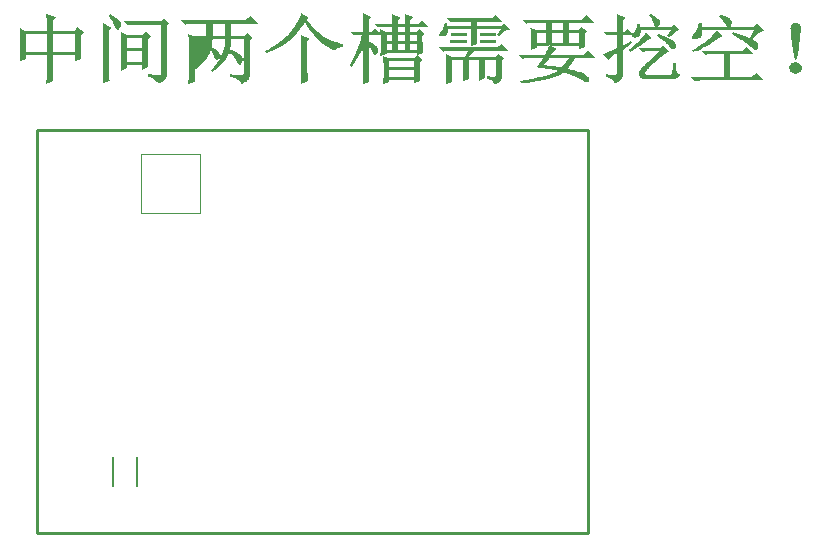
<source format=gm1>
G04*
G04 #@! TF.GenerationSoftware,Altium Limited,Altium Designer,18.1.7 (191)*
G04*
G04 Layer_Color=16711935*
%FSLAX25Y25*%
%MOIN*%
G70*
G01*
G75*
%ADD15C,0.01000*%
%ADD18C,0.00500*%
%ADD78C,0.00000*%
G36*
X143077Y192112D02*
X134441D01*
Y190751D01*
X142383D01*
X143438Y191751D01*
X145549Y189473D01*
X145243D01*
X145021Y189446D01*
X144771Y189418D01*
X144493Y189362D01*
X143938Y189196D01*
X143910Y189168D01*
X143799Y189140D01*
X143632Y189029D01*
X143383Y188835D01*
X143049Y188585D01*
X142660Y188251D01*
X142466Y188029D01*
X142216Y187807D01*
X141966Y187530D01*
X141689Y187224D01*
X141050Y187585D01*
X142327Y189668D01*
X134441D01*
Y189612D01*
Y189473D01*
Y189251D01*
Y188973D01*
Y188612D01*
Y188224D01*
Y187807D01*
X134468Y187391D01*
Y186502D01*
Y186085D01*
X134496Y185697D01*
Y185336D01*
X134524Y185058D01*
Y184808D01*
X134552Y184669D01*
X132413Y183975D01*
Y184003D01*
Y184114D01*
Y184280D01*
X132441Y184503D01*
Y184753D01*
Y185086D01*
X132469Y185419D01*
Y185836D01*
Y186252D01*
X132497Y186696D01*
Y187668D01*
X132525Y188668D01*
Y189668D01*
X124527Y189668D01*
Y189640D01*
X124555Y189529D01*
X124582Y189390D01*
Y189196D01*
Y188946D01*
X124555Y188668D01*
X124499Y188363D01*
X124388Y188057D01*
X124360Y188029D01*
X124305Y187918D01*
X124221Y187779D01*
X124082Y187641D01*
X123916Y187474D01*
X123694Y187335D01*
X123416Y187224D01*
X123110Y187169D01*
X122638D01*
X122250Y187252D01*
X122083Y187307D01*
X121972Y187391D01*
X121944Y187446D01*
X121861Y187557D01*
X121777Y187696D01*
X121750Y187863D01*
Y187891D01*
Y187946D01*
X121777Y188029D01*
X121833Y188140D01*
X121889Y188279D01*
X122000Y188446D01*
X122166Y188640D01*
X122361Y188835D01*
X122388Y188862D01*
X122472Y188973D01*
X122611Y189140D01*
X122777Y189418D01*
X122888Y189612D01*
X122972Y189807D01*
X123083Y190029D01*
X123194Y190279D01*
X123305Y190584D01*
X123416Y190890D01*
X123527Y191251D01*
X123638Y191639D01*
X124388D01*
X124499Y190751D01*
X132525Y190751D01*
Y192112D01*
X127165D01*
X126915Y192084D01*
X126610Y192056D01*
X126249Y192000D01*
X125832Y191917D01*
X125360Y191834D01*
X124221Y193222D01*
X139245Y193222D01*
X140772Y194472D01*
X143077Y192112D01*
D02*
G37*
G36*
X215390Y194444D02*
X215529Y194416D01*
X215696Y194361D01*
X215918Y194305D01*
X216140Y194250D01*
X216695Y194083D01*
X217251Y193889D01*
X217806Y193694D01*
X218056Y193583D01*
X218278Y193472D01*
X218473Y193333D01*
X218612Y193222D01*
X218639Y193195D01*
X218723Y193111D01*
X218834Y192972D01*
X218972Y192806D01*
X219111Y192611D01*
X219222Y192389D01*
X219306Y192139D01*
X219334Y191889D01*
Y191862D01*
Y191806D01*
X219306Y191695D01*
X219278Y191528D01*
X219167Y191167D01*
X219084Y190973D01*
X218945Y190751D01*
X218917Y190723D01*
X218889Y190667D01*
X218695Y190473D01*
X226693D01*
X227776Y191639D01*
X230330Y189085D01*
X230247D01*
X230136Y189057D01*
X229997D01*
X229831Y189001D01*
X229608Y188946D01*
X229386Y188863D01*
X229109Y188751D01*
X228803Y188612D01*
X228498Y188446D01*
X228137Y188224D01*
X227776Y187974D01*
X227387Y187668D01*
X226998Y187307D01*
X226582Y186919D01*
X226137Y186446D01*
X225498Y186780D01*
X226776Y189390D01*
X209309D01*
Y189362D01*
Y189279D01*
X209336Y189168D01*
Y189029D01*
X209364Y188863D01*
Y188640D01*
Y188196D01*
X209309Y187752D01*
X209197Y187307D01*
X209114Y187113D01*
X209003Y186946D01*
X208892Y186808D01*
X208725Y186724D01*
X208698Y186696D01*
X208587Y186669D01*
X208392Y186613D01*
X208198Y186530D01*
X207948Y186446D01*
X207698Y186391D01*
X207448Y186363D01*
X207198Y186335D01*
X207031D01*
X206920Y186363D01*
X206615Y186391D01*
X206282Y186446D01*
X206254D01*
X206226Y186474D01*
X206087Y186557D01*
X205921Y186724D01*
X205893Y186835D01*
X205865Y186974D01*
Y187002D01*
X205921Y187141D01*
X205976Y187224D01*
X206032Y187335D01*
X206143Y187474D01*
X206282Y187641D01*
X206309Y187668D01*
X206365Y187724D01*
X206476Y187835D01*
X206615Y187974D01*
X206754Y188168D01*
X206948Y188390D01*
X207142Y188640D01*
X207337Y188918D01*
X207365Y188946D01*
X207448Y189085D01*
X207531Y189279D01*
X207670Y189557D01*
X207837Y189918D01*
X207976Y190362D01*
X208142Y190917D01*
X208281Y191556D01*
X209309D01*
Y190473D01*
X217751D01*
X217612Y190695D01*
X217445Y191028D01*
X217390Y191223D01*
X217306Y191445D01*
X217279Y191473D01*
X217195Y191612D01*
X217056Y191806D01*
X216834Y192084D01*
X216501Y192417D01*
X216084Y192834D01*
X215834Y193084D01*
X215557Y193333D01*
X215251Y193611D01*
X214918Y193889D01*
X215279Y194472D01*
X215307D01*
X215390Y194444D01*
D02*
G37*
G36*
X12169Y194555D02*
X12253Y194527D01*
X12392Y194444D01*
X12558Y194333D01*
X12780Y194222D01*
X13030Y194055D01*
X13558Y193750D01*
X14085Y193389D01*
X14613Y193028D01*
X14835Y192833D01*
X15030Y192667D01*
X15196Y192528D01*
X15307Y192389D01*
X15335Y192361D01*
X15391Y192278D01*
X15446Y192167D01*
X15557Y192028D01*
X15696Y191667D01*
X15752Y191473D01*
X15779Y191306D01*
Y191278D01*
Y191195D01*
X15752Y191056D01*
X15724Y190890D01*
X15668Y190695D01*
X15557Y190473D01*
X15446Y190251D01*
X15280Y190001D01*
X15252Y189973D01*
X15196Y189918D01*
X15113Y189807D01*
X15002Y189696D01*
X14891Y189584D01*
X14752Y189473D01*
X14641Y189418D01*
X14530Y189390D01*
X14502D01*
X14446Y189418D01*
X14335Y189446D01*
X14224Y189557D01*
X14085Y189696D01*
X13947Y189918D01*
X13780Y190223D01*
X13724Y190390D01*
X13641Y190612D01*
Y190640D01*
X13613Y190667D01*
X13586Y190751D01*
X13530Y190862D01*
X13475Y191001D01*
X13391Y191167D01*
X13197Y191584D01*
X12919Y192084D01*
X12558Y192667D01*
X12114Y193333D01*
X11586Y194055D01*
X12141Y194583D01*
X12169Y194555D01*
D02*
G37*
G36*
X173430Y191723D02*
X165127D01*
Y189279D01*
X168264D01*
X169098Y190362D01*
X171152Y188946D01*
X170292Y188140D01*
Y188113D01*
Y188002D01*
Y187863D01*
Y187641D01*
Y187418D01*
Y187113D01*
Y186808D01*
X170319Y186474D01*
Y185752D01*
X170347Y185002D01*
X170375Y184308D01*
Y184003D01*
X170403Y183697D01*
X168376Y182892D01*
Y183975D01*
X158893D01*
X161016Y182836D01*
X160072Y182281D01*
X160045Y182253D01*
X159989Y182170D01*
X159878Y182031D01*
X159739Y181892D01*
X159378Y181503D01*
X158961Y181142D01*
X169597D01*
X171541Y182614D01*
X174068Y180059D01*
X167181D01*
Y180032D01*
X167126Y179976D01*
X167070Y179865D01*
X166987Y179726D01*
X166876Y179532D01*
X166737Y179337D01*
X166404Y178838D01*
X165987Y178282D01*
X165515Y177671D01*
X164988Y177060D01*
X164377Y176449D01*
X164432D01*
X164543Y176421D01*
X164766Y176366D01*
X165015Y176310D01*
X165349Y176255D01*
X165737Y176144D01*
X166154Y176060D01*
X166570Y175949D01*
X167515Y175727D01*
X168431Y175477D01*
X168875Y175338D01*
X169292Y175200D01*
X169681Y175061D01*
X170014Y174922D01*
X170042D01*
X170097Y174894D01*
X170181Y174839D01*
X170264Y174783D01*
X170542Y174644D01*
X170847Y174422D01*
X171180Y174144D01*
X171458Y173811D01*
X171569Y173644D01*
X171652Y173450D01*
X171708Y173256D01*
X171736Y173033D01*
Y172978D01*
Y172839D01*
X171708Y172645D01*
X171680Y172450D01*
X171597Y172228D01*
X171486Y172034D01*
X171319Y171895D01*
X171208Y171867D01*
X171097Y171839D01*
X171014D01*
X170930Y171867D01*
X170791Y171923D01*
X170597Y172006D01*
X170375Y172117D01*
X170125Y172284D01*
X169820Y172506D01*
X169792Y172534D01*
X169736Y172562D01*
X169653Y172617D01*
X169514Y172700D01*
X169320Y172811D01*
X169070Y172950D01*
X168792Y173089D01*
X168431Y173256D01*
X168015Y173450D01*
X167543Y173644D01*
X167015Y173867D01*
X166404Y174089D01*
X165737Y174339D01*
X164988Y174589D01*
X164182Y174866D01*
X163266Y175144D01*
X163238D01*
X163183Y175089D01*
X163072Y175033D01*
X162933Y174950D01*
X162738Y174866D01*
X162516Y174727D01*
X162266Y174616D01*
X161961Y174450D01*
X161627Y174311D01*
X161266Y174144D01*
X160850Y173978D01*
X160433Y173811D01*
X159961Y173617D01*
X159489Y173450D01*
X158961Y173256D01*
X158406Y173089D01*
X158378D01*
X158267Y173061D01*
X158101Y173006D01*
X157851Y172923D01*
X157518Y172867D01*
X157129Y172756D01*
X156657Y172645D01*
X156129Y172534D01*
X155490Y172423D01*
X154796Y172311D01*
X154046Y172173D01*
X153185Y172034D01*
X152269Y171923D01*
X151269Y171784D01*
X150186Y171673D01*
X149020Y171562D01*
X148853Y172395D01*
X148881D01*
X148964Y172423D01*
X149075D01*
X149242Y172450D01*
X149464Y172478D01*
X149714Y172534D01*
X149992Y172589D01*
X150325Y172645D01*
X150658Y172700D01*
X151047Y172756D01*
X151880Y172923D01*
X152797Y173089D01*
X153796Y173311D01*
X154824Y173533D01*
X155851Y173783D01*
X156906Y174089D01*
X157934Y174366D01*
X158906Y174700D01*
X159822Y175033D01*
X160628Y175394D01*
X161016Y175588D01*
X161350Y175783D01*
X161322D01*
X161183Y175811D01*
X160989Y175838D01*
X160711Y175894D01*
X160406Y175949D01*
X160017Y176005D01*
X159573Y176088D01*
X159073Y176172D01*
X158545Y176255D01*
X157990Y176338D01*
X157379Y176421D01*
X156768Y176533D01*
X155463Y176699D01*
X154130Y176894D01*
X154157Y176949D01*
X154268Y177088D01*
X154463Y177366D01*
X154741Y177699D01*
X155074Y178143D01*
X155490Y178699D01*
X155962Y179337D01*
X156518Y180059D01*
X151658D01*
X151464Y180032D01*
X151242D01*
X150936Y179976D01*
X150575Y179920D01*
X150158Y179865D01*
X149686Y179754D01*
X148520Y181142D01*
X156934D01*
Y181170D01*
X156962Y181198D01*
X157018Y181281D01*
X157073Y181392D01*
X157240Y181670D01*
X157434Y182059D01*
X157656Y182531D01*
X157906Y183059D01*
X158128Y183642D01*
X158230Y183975D01*
X154241D01*
Y183281D01*
X152186Y182614D01*
Y182642D01*
Y182697D01*
Y182809D01*
X152213Y182975D01*
Y183170D01*
Y183364D01*
X152241Y183892D01*
X152269Y184475D01*
Y185114D01*
X152297Y185780D01*
Y186419D01*
Y186446D01*
Y186502D01*
Y186585D01*
Y186724D01*
Y186891D01*
Y187057D01*
Y187530D01*
X152269Y188085D01*
X152241Y188696D01*
X152213Y189362D01*
X152186Y190084D01*
X154241Y189279D01*
X157462D01*
Y191723D01*
X152713D01*
X152408Y191695D01*
X152075Y191667D01*
X151658Y191612D01*
X151214Y191528D01*
X150742Y191445D01*
X149603Y192806D01*
X169181D01*
X171014Y194278D01*
X173430Y191723D01*
D02*
G37*
G36*
X-6048Y193528D02*
X-6909Y192556D01*
Y189001D01*
X228D01*
X1172Y190168D01*
X3338Y188668D01*
X2366Y187752D01*
Y182170D01*
Y182114D01*
Y181975D01*
Y181753D01*
X2394Y181448D01*
Y181087D01*
X2422Y180670D01*
X2450Y180226D01*
X2478Y179754D01*
X311Y179087D01*
Y180837D01*
X-6909D01*
Y180809D01*
Y180754D01*
Y180670D01*
Y180531D01*
Y180365D01*
Y180170D01*
Y179948D01*
Y179698D01*
Y179115D01*
Y178476D01*
Y177782D01*
X-6881Y177060D01*
Y175588D01*
Y174866D01*
X-6853Y174172D01*
Y173561D01*
X-6825Y173033D01*
Y172784D01*
Y172589D01*
X-6798Y172395D01*
Y172256D01*
X-9158Y171256D01*
Y171284D01*
Y171367D01*
Y171534D01*
X-9130Y171756D01*
Y172062D01*
Y172423D01*
X-9103Y172867D01*
Y173395D01*
Y174005D01*
X-9075Y174700D01*
Y175477D01*
Y176366D01*
X-9047Y177338D01*
Y178393D01*
Y179560D01*
Y180837D01*
X-15962D01*
Y179782D01*
X-18100Y178893D01*
Y178921D01*
Y178976D01*
Y179115D01*
X-18072Y179254D01*
Y179476D01*
Y179698D01*
Y180004D01*
X-18045Y180309D01*
Y180698D01*
Y181087D01*
Y181531D01*
X-18017Y182003D01*
Y182503D01*
Y183059D01*
Y183614D01*
Y184225D01*
Y184253D01*
Y184364D01*
Y184558D01*
Y184780D01*
Y185058D01*
Y185391D01*
Y185780D01*
Y186196D01*
X-18045Y187085D01*
Y188029D01*
X-18072Y188973D01*
X-18100Y189890D01*
X-16184Y189001D01*
X-9047D01*
Y189029D01*
Y189168D01*
Y189334D01*
Y189584D01*
Y189890D01*
Y190251D01*
Y190640D01*
Y191056D01*
X-9075Y191973D01*
X-9103Y192945D01*
X-9130Y193889D01*
Y194361D01*
X-9158Y194777D01*
X-6048Y193528D01*
D02*
G37*
G36*
X25582Y187169D02*
X24721Y186363D01*
Y186335D01*
Y186280D01*
Y186196D01*
Y186085D01*
Y185919D01*
Y185752D01*
Y185308D01*
Y184780D01*
Y184169D01*
Y183475D01*
X24749Y182753D01*
Y181975D01*
Y181198D01*
X24777Y179615D01*
Y178865D01*
X24805Y178115D01*
Y177449D01*
X24832Y176838D01*
X22805Y175949D01*
Y177505D01*
X17723D01*
Y176532D01*
X15668Y175755D01*
Y175783D01*
Y175894D01*
Y176088D01*
X15696Y176338D01*
Y176644D01*
Y176977D01*
X15724Y177393D01*
Y177838D01*
Y178310D01*
X15752Y178838D01*
Y179920D01*
X15779Y181059D01*
Y182225D01*
Y182253D01*
Y182364D01*
Y182531D01*
Y182753D01*
Y183031D01*
Y183364D01*
Y183753D01*
Y184169D01*
X15752Y184641D01*
Y185141D01*
Y185669D01*
X15724Y186224D01*
X15696Y187391D01*
X15668Y188612D01*
X17612Y187724D01*
X22722D01*
X23916Y188696D01*
X25582Y187169D01*
D02*
G37*
G36*
X61433Y191445D02*
X52491D01*
Y187335D01*
X56629D01*
X57546Y188307D01*
X59711Y186780D01*
X58740Y186058D01*
Y174422D01*
Y174394D01*
Y174339D01*
X58712Y174228D01*
X58684Y174089D01*
X58656Y173922D01*
X58601Y173728D01*
X58490Y173533D01*
X58379Y173311D01*
X58240Y173061D01*
X58045Y172811D01*
X57823Y172561D01*
X57546Y172339D01*
X57212Y172089D01*
X56823Y171867D01*
X56379Y171645D01*
X55879Y171451D01*
Y171478D01*
X55852Y171506D01*
X55796Y171673D01*
X55713Y171812D01*
X55629Y171950D01*
X55490Y172089D01*
X55324Y172256D01*
X55129Y172423D01*
X54880Y172617D01*
X54574Y172811D01*
X54213Y172978D01*
X53796Y173172D01*
X53324Y173339D01*
X52769Y173506D01*
X52158Y173672D01*
Y174589D01*
X52186D01*
X52297Y174561D01*
X52436D01*
X52630Y174533D01*
X52852Y174505D01*
X53102Y174450D01*
X53713Y174394D01*
X54324Y174311D01*
X54935Y174255D01*
X55213Y174228D01*
X55463Y174200D01*
X55879D01*
X55990Y174228D01*
X56129Y174283D01*
X56268Y174366D01*
X56435Y174505D01*
X56546Y174727D01*
X56657Y175005D01*
X56685Y175394D01*
Y186252D01*
X52464D01*
Y186224D01*
Y186169D01*
Y186058D01*
X52436Y185919D01*
Y185724D01*
X52408Y185530D01*
X52380Y185058D01*
X52325Y184530D01*
X52241Y183975D01*
X52158Y183420D01*
X52047Y182892D01*
X52075Y182864D01*
X52214Y182809D01*
X52380Y182753D01*
X52630Y182642D01*
X52908Y182503D01*
X53213Y182336D01*
X53880Y182003D01*
X54602Y181642D01*
X54907Y181448D01*
X55213Y181253D01*
X55490Y181087D01*
X55713Y180892D01*
X55879Y180754D01*
X55963Y180615D01*
X55990Y180587D01*
X56018Y180504D01*
X56074Y180393D01*
X56129Y180254D01*
X56213Y179893D01*
X56268Y179698D01*
Y179532D01*
Y179504D01*
Y179448D01*
X56240Y179309D01*
X56213Y179171D01*
X56185Y179004D01*
X56101Y178782D01*
X56018Y178560D01*
X55879Y178338D01*
X55852Y178310D01*
X55824Y178226D01*
X55740Y178143D01*
X55657Y178032D01*
X55546Y177893D01*
X55435Y177810D01*
X55324Y177727D01*
X55213Y177699D01*
X55185D01*
X55129Y177727D01*
X55046Y177754D01*
X54907Y177866D01*
X54769Y178004D01*
X54602Y178226D01*
X54435Y178532D01*
X54324Y178726D01*
X54241Y178948D01*
Y178976D01*
X54213Y179004D01*
X54158Y179087D01*
X54102Y179199D01*
X53935Y179504D01*
X53658Y179893D01*
X53324Y180365D01*
X52908Y180892D01*
X52408Y181448D01*
X51797Y182031D01*
X51769Y181975D01*
X51741Y181864D01*
X51658Y181642D01*
X51519Y181365D01*
X51353Y181031D01*
X51158Y180642D01*
X50881Y180198D01*
X50575Y179726D01*
X50214Y179199D01*
X49798Y178671D01*
X49326Y178115D01*
X48798Y177560D01*
X48187Y177005D01*
X47548Y176421D01*
X46799Y175894D01*
X45993Y175366D01*
X45604Y175949D01*
X45632D01*
X45660Y176005D01*
X45827Y176144D01*
X46077Y176394D01*
X46382Y176727D01*
X46771Y177144D01*
X47187Y177643D01*
X47632Y178226D01*
X48104Y178865D01*
X48576Y179587D01*
X49020Y180393D01*
X49437Y181226D01*
X49798Y182142D01*
X50075Y183086D01*
X50325Y184114D01*
X50436Y185169D01*
X50464Y185697D01*
Y186252D01*
X46215D01*
Y186196D01*
X46187Y186058D01*
X46160Y185808D01*
X46132Y185475D01*
X46104Y185086D01*
X46049Y184669D01*
X45993Y184169D01*
X45910Y183669D01*
X45938Y183642D01*
X46021Y183614D01*
X46132Y183531D01*
X46299Y183447D01*
X46493Y183336D01*
X46687Y183197D01*
X47159Y182892D01*
X47632Y182531D01*
X48076Y182142D01*
X48243Y181948D01*
X48409Y181753D01*
X48520Y181587D01*
X48576Y181392D01*
Y181365D01*
X48603Y181226D01*
X48631Y181059D01*
Y180865D01*
Y180615D01*
X48576Y180365D01*
X48493Y180115D01*
X48354Y179893D01*
X48326Y179865D01*
X48270Y179809D01*
X48187Y179726D01*
X48104Y179643D01*
X47826Y179448D01*
X47715Y179393D01*
X47576Y179365D01*
X47548D01*
X47493Y179393D01*
X47382Y179448D01*
X47271Y179532D01*
X47132Y179698D01*
X46965Y179920D01*
X46799Y180254D01*
X46743Y180476D01*
X46660Y180698D01*
X46632Y180754D01*
X46576Y180892D01*
X46493Y181115D01*
X46382Y181392D01*
X46243Y181726D01*
X46077Y182087D01*
X45632Y182809D01*
Y182753D01*
X45577Y182642D01*
X45493Y182420D01*
X45382Y182170D01*
X45243Y181809D01*
X45049Y181420D01*
X44827Y181003D01*
X44549Y180531D01*
X44244Y180004D01*
X43855Y179476D01*
X43438Y178948D01*
X42966Y178393D01*
X42439Y177838D01*
X41855Y177282D01*
X41217Y176755D01*
X40495Y176227D01*
X40300Y176519D01*
Y172145D01*
X38162Y171256D01*
Y171284D01*
Y171423D01*
Y171590D01*
X38190Y171867D01*
Y172200D01*
Y172589D01*
X38218Y173061D01*
Y173617D01*
Y174228D01*
X38245Y174894D01*
Y175644D01*
Y176449D01*
X38273Y177338D01*
Y178254D01*
Y179254D01*
Y180309D01*
Y180337D01*
Y180365D01*
Y180448D01*
Y180559D01*
Y180865D01*
Y181253D01*
Y181726D01*
Y182253D01*
Y182836D01*
Y183447D01*
X38245Y184753D01*
Y185419D01*
X38218Y186030D01*
Y186641D01*
X38190Y187196D01*
Y187696D01*
X38162Y188113D01*
X40078Y187335D01*
X44188D01*
Y191445D01*
X39356D01*
X39078Y191417D01*
X38745D01*
X38356Y191362D01*
X37912Y191306D01*
X37440Y191251D01*
X36940Y191140D01*
X35774Y192528D01*
X57184D01*
X58906Y194000D01*
X61433Y191445D01*
D02*
G37*
G36*
X140717Y187224D02*
X135218D01*
Y188307D01*
X140717D01*
Y187224D01*
D02*
G37*
G36*
X130997D02*
X125610D01*
Y188307D01*
X130997D01*
Y187224D01*
D02*
G37*
G36*
X184038Y193389D02*
X183066Y192556D01*
Y188807D01*
X183344D01*
X184510Y189779D01*
X186288Y187927D01*
X186371Y188113D01*
X186537Y188418D01*
X186815Y188724D01*
X186843Y188751D01*
X186926Y188863D01*
X187037Y189029D01*
X187204Y189307D01*
X187343Y189668D01*
X187426Y189890D01*
X187509Y190140D01*
X187565Y190418D01*
X187620Y190723D01*
X187676Y191084D01*
X187731Y191445D01*
X188648D01*
X188759Y190473D01*
X193804D01*
X193757Y190501D01*
X193619Y190612D01*
X193507Y190806D01*
X193396Y191056D01*
X193313Y191417D01*
X193285Y191473D01*
X193257Y191612D01*
X193146Y191834D01*
X193008Y192167D01*
X192813Y192584D01*
X192563Y193084D01*
X192230Y193639D01*
X191813Y194305D01*
X192369Y194694D01*
X192397D01*
X192452Y194639D01*
X192563Y194583D01*
X192702Y194500D01*
X192896Y194416D01*
X193091Y194278D01*
X193507Y194028D01*
X193980Y193722D01*
X194424Y193417D01*
X194813Y193139D01*
X194951Y193000D01*
X195090Y192861D01*
X195118Y192834D01*
X195174Y192750D01*
X195257Y192611D01*
X195340Y192445D01*
X195423Y192250D01*
X195479Y192028D01*
Y191778D01*
X195423Y191528D01*
Y191501D01*
X195396Y191417D01*
X195340Y191306D01*
X195257Y191140D01*
X195062Y190834D01*
X194924Y190695D01*
X194785Y190584D01*
X194757D01*
X194729Y190556D01*
X194563Y190473D01*
X198950D01*
X199922Y191445D01*
X202033Y189279D01*
X201977D01*
X201894Y189251D01*
X201783D01*
X201644Y189224D01*
X201477Y189168D01*
X201061Y189001D01*
X200811Y188890D01*
X200533Y188724D01*
X200255Y188557D01*
X199950Y188335D01*
X199617Y188085D01*
X199284Y187779D01*
X198923Y187418D01*
X198534Y187030D01*
X197728Y187196D01*
X198923Y189390D01*
X188898D01*
Y189362D01*
Y189251D01*
X188925Y189112D01*
X188898Y188918D01*
Y188668D01*
X188870Y188418D01*
X188814Y188113D01*
X188731Y187835D01*
Y187807D01*
X188675Y187724D01*
X188592Y187585D01*
X188481Y187418D01*
X188314Y187252D01*
X188092Y187085D01*
X187815Y186946D01*
X187453Y186835D01*
X187398D01*
X187287Y186808D01*
X186898D01*
X186676Y186835D01*
X186482Y186919D01*
X186287Y187030D01*
X186176Y187224D01*
Y187252D01*
X186148Y187335D01*
Y187474D01*
X186176Y187641D01*
X186197Y187696D01*
X186509D01*
X186288Y187927D01*
X186259Y187863D01*
X186197Y187696D01*
X183066D01*
Y184003D01*
X185815Y185558D01*
X186176Y184836D01*
X183066Y182725D01*
Y174394D01*
Y174366D01*
Y174311D01*
X183038Y174200D01*
X183010Y174061D01*
X182955Y173922D01*
X182899Y173728D01*
X182788Y173533D01*
X182677Y173311D01*
X182510Y173061D01*
X182344Y172839D01*
X182094Y172589D01*
X181844Y172367D01*
X181511Y172145D01*
X181150Y171923D01*
X180733Y171728D01*
X180261Y171562D01*
Y171590D01*
Y171617D01*
X180233Y171784D01*
X180150Y172006D01*
X180067Y172145D01*
X179956Y172311D01*
X179789Y172478D01*
X179595Y172645D01*
X179373Y172839D01*
X179095Y173006D01*
X178761Y173200D01*
X178373Y173395D01*
X177901Y173589D01*
X177373Y173756D01*
Y174589D01*
X177456D01*
X177540Y174561D01*
X177651D01*
X177956Y174505D01*
X178345Y174478D01*
X178761Y174422D01*
X179206Y174366D01*
X179650Y174311D01*
X180039Y174283D01*
X180344D01*
X180539Y174339D01*
X180733Y174394D01*
X180872Y174505D01*
X180983Y174700D01*
X181039Y174922D01*
Y181726D01*
X181011Y181698D01*
X180928Y181670D01*
X180816Y181587D01*
X180678Y181476D01*
X180483Y181337D01*
X180261Y181198D01*
X179817Y180837D01*
X179317Y180448D01*
X178873Y180059D01*
X178650Y179865D01*
X178484Y179698D01*
X178345Y179532D01*
X178234Y179365D01*
X176484Y181309D01*
X176512D01*
X176623Y181365D01*
X176762Y181420D01*
X176956Y181503D01*
X177206Y181587D01*
X177484Y181698D01*
X177790Y181837D01*
X178123Y181975D01*
X178845Y182281D01*
X179622Y182614D01*
X180344Y182947D01*
X181039Y183308D01*
Y187696D01*
X179067D01*
X177734Y187502D01*
X176707Y188807D01*
X181039D01*
Y188862D01*
Y188973D01*
Y189196D01*
Y189473D01*
Y189807D01*
Y190195D01*
Y190612D01*
Y191056D01*
X181011Y192028D01*
X180983Y193028D01*
Y193500D01*
X180955Y193972D01*
Y194389D01*
X180928Y194778D01*
X184038Y193389D01*
D02*
G37*
G36*
X140717Y184864D02*
X135218D01*
Y185947D01*
X140717D01*
Y184864D01*
D02*
G37*
G36*
X130997D02*
X125304D01*
Y185947D01*
X130997D01*
Y184864D01*
D02*
G37*
G36*
X194729Y188085D02*
X194840Y188057D01*
X195035Y187974D01*
X195285Y187891D01*
X195590Y187752D01*
X195923Y187613D01*
X196312Y187474D01*
X196701Y187307D01*
X197534Y186946D01*
X198367Y186557D01*
X198756Y186391D01*
X199089Y186196D01*
X199395Y186030D01*
X199645Y185863D01*
X199672D01*
X199700Y185836D01*
X199839Y185724D01*
X200033Y185558D01*
X200228Y185336D01*
X200450Y185058D01*
X200617Y184780D01*
X200728Y184447D01*
Y184280D01*
Y184114D01*
Y184086D01*
X200700Y183975D01*
X200672Y183808D01*
X200617Y183614D01*
X200533Y183420D01*
X200422Y183225D01*
X200255Y183031D01*
X200089Y182864D01*
X200061D01*
X199978Y182836D01*
X199867D01*
X199672Y182892D01*
X199450Y183003D01*
X199311Y183114D01*
X199172Y183225D01*
X199006Y183392D01*
X198811Y183586D01*
X198617Y183808D01*
X198423Y184086D01*
Y184114D01*
X198367Y184142D01*
X198312Y184225D01*
X198201Y184336D01*
X198090Y184447D01*
X197923Y184614D01*
X197728Y184808D01*
X197506Y185002D01*
X197256Y185252D01*
X196951Y185502D01*
X196618Y185780D01*
X196229Y186085D01*
X195812Y186419D01*
X195340Y186752D01*
X194840Y187113D01*
X194285Y187502D01*
X194674Y188113D01*
X194729Y188085D01*
D02*
G37*
G36*
X219861Y188557D02*
X220056Y188501D01*
X220305Y188418D01*
X220639Y188335D01*
X221000Y188224D01*
X221416Y188085D01*
X221861Y187946D01*
X222805Y187641D01*
X223777Y187280D01*
X224721Y186946D01*
X225165Y186752D01*
X225582Y186585D01*
X225609D01*
X225665Y186557D01*
X225776Y186502D01*
X225915Y186446D01*
X226276Y186280D01*
X226665Y186058D01*
X227081Y185808D01*
X227470Y185530D01*
X227609Y185391D01*
X227748Y185252D01*
X227859Y185114D01*
X227914Y184975D01*
Y184947D01*
X227942Y184864D01*
X227998Y184725D01*
X228053Y184586D01*
X228137Y184280D01*
X228164Y184142D01*
Y184030D01*
Y184003D01*
Y183975D01*
X228137Y183808D01*
X228081Y183531D01*
X227970Y183197D01*
Y183170D01*
X227942Y183114D01*
X227831Y182948D01*
X227637Y182781D01*
X227498Y182725D01*
X227359Y182697D01*
X227276D01*
X227165Y182725D01*
X226998Y182781D01*
X226831Y182864D01*
X226637Y182975D01*
X226443Y183142D01*
X226220Y183364D01*
X226165Y183392D01*
X226054Y183531D01*
X225832Y183697D01*
X225526Y183947D01*
X225137Y184253D01*
X224693Y184586D01*
X224166Y184975D01*
X223582Y185391D01*
X223554Y185419D01*
X223499Y185447D01*
X223416Y185502D01*
X223277Y185586D01*
X223138Y185697D01*
X222916Y185836D01*
X222694Y185974D01*
X222444Y186141D01*
X222138Y186308D01*
X221833Y186502D01*
X221472Y186696D01*
X221111Y186919D01*
X220278Y187363D01*
X219361Y187835D01*
X219694Y188612D01*
X219750D01*
X219861Y188557D01*
D02*
G37*
G36*
X78512Y193472D02*
X77540Y192778D01*
X77568Y192722D01*
X77679Y192611D01*
X77818Y192417D01*
X78040Y192167D01*
X78290Y191862D01*
X78595Y191501D01*
X78956Y191084D01*
X79345Y190667D01*
X79789Y190195D01*
X80234Y189723D01*
X80733Y189251D01*
X81261Y188779D01*
X82344Y187863D01*
X82927Y187418D01*
X83510Y187030D01*
X83538Y187002D01*
X83649Y186946D01*
X83816Y186835D01*
X84038Y186724D01*
X84343Y186557D01*
X84677Y186391D01*
X85038Y186196D01*
X85454Y186002D01*
X85926Y185780D01*
X86399Y185586D01*
X87454Y185197D01*
X88592Y184864D01*
X89148Y184725D01*
X89731Y184641D01*
Y183808D01*
X89648D01*
X89564Y183781D01*
X89425D01*
X89120Y183697D01*
X88703Y183614D01*
X88287Y183447D01*
X87843Y183225D01*
X87426Y182892D01*
X87065Y182503D01*
X87037Y182531D01*
X86898Y182586D01*
X86732Y182670D01*
X86482Y182781D01*
X86204Y182947D01*
X85843Y183114D01*
X85454Y183336D01*
X85038Y183586D01*
X84121Y184142D01*
X83177Y184780D01*
X82205Y185502D01*
X81289Y186280D01*
X81261Y186308D01*
X81178Y186391D01*
X81067Y186502D01*
X80900Y186669D01*
X80706Y186891D01*
X80456Y187169D01*
X80178Y187474D01*
X79900Y187835D01*
X79567Y188224D01*
X79234Y188640D01*
X78873Y189112D01*
X78512Y189640D01*
X78123Y190168D01*
X77734Y190751D01*
X77346Y191390D01*
X76957Y192028D01*
X76929Y191973D01*
X76846Y191862D01*
X76735Y191667D01*
X76568Y191390D01*
X76346Y191056D01*
X76096Y190695D01*
X75790Y190279D01*
X75457Y189807D01*
X75096Y189334D01*
X74707Y188835D01*
X74291Y188307D01*
X73847Y187779D01*
X72874Y186752D01*
X72375Y186280D01*
X71847Y185808D01*
X71819Y185780D01*
X71708Y185697D01*
X71542Y185586D01*
X71319Y185419D01*
X71042Y185197D01*
X70681Y184975D01*
X70292Y184697D01*
X69820Y184391D01*
X69292Y184086D01*
X68709Y183753D01*
X68070Y183420D01*
X67348Y183059D01*
X66598Y182697D01*
X65793Y182336D01*
X64960Y181975D01*
X64044Y181642D01*
X63849Y182420D01*
X63877D01*
X63905Y182448D01*
X64071Y182531D01*
X64321Y182642D01*
X64627Y182809D01*
X65043Y183031D01*
X65516Y183281D01*
X66043Y183586D01*
X66598Y183919D01*
X67209Y184308D01*
X67848Y184725D01*
X68487Y185197D01*
X69126Y185724D01*
X69792Y186252D01*
X70431Y186835D01*
X71042Y187446D01*
X71625Y188113D01*
X71653Y188168D01*
X71764Y188279D01*
X71903Y188474D01*
X72125Y188724D01*
X72375Y189029D01*
X72652Y189418D01*
X72958Y189834D01*
X73291Y190306D01*
X73652Y190806D01*
X73985Y191334D01*
X74680Y192473D01*
X75013Y193084D01*
X75318Y193694D01*
X75596Y194278D01*
X75818Y194888D01*
X78512Y193472D01*
D02*
G37*
G36*
X192869Y186724D02*
X192813D01*
X192702Y186669D01*
X192480Y186585D01*
X192202Y186474D01*
X191841Y186280D01*
X191397Y186002D01*
X190869Y185641D01*
X190286Y185197D01*
X190258Y185169D01*
X190203Y185141D01*
X190120Y185058D01*
X189981Y184947D01*
X189786Y184836D01*
X189564Y184669D01*
X189314Y184503D01*
X189036Y184308D01*
X188703Y184086D01*
X188342Y183836D01*
X187953Y183586D01*
X187509Y183336D01*
X187037Y183031D01*
X186537Y182753D01*
X186010Y182420D01*
X185426Y182114D01*
X185010Y182725D01*
X185038Y182753D01*
X185093Y182781D01*
X185176Y182864D01*
X185315Y182975D01*
X185482Y183086D01*
X185676Y183253D01*
X186121Y183614D01*
X186620Y184058D01*
X187176Y184530D01*
X187759Y185058D01*
X188314Y185586D01*
X188342Y185613D01*
X188370Y185641D01*
X188453Y185724D01*
X188564Y185836D01*
X188842Y186113D01*
X189147Y186502D01*
X189536Y186946D01*
X189897Y187418D01*
X190258Y187946D01*
X190564Y188501D01*
X192869Y186724D01*
D02*
G37*
G36*
X216418Y187252D02*
X215307Y186863D01*
X215251Y186835D01*
X215085Y186696D01*
X214807Y186502D01*
X214446Y186252D01*
X214029Y185947D01*
X213502Y185613D01*
X212946Y185252D01*
X212308Y184836D01*
X211641Y184419D01*
X210919Y184003D01*
X209447Y183197D01*
X208670Y182809D01*
X207920Y182475D01*
X207170Y182170D01*
X206448Y181920D01*
X206087Y182559D01*
X206115Y182586D01*
X206226Y182642D01*
X206365Y182725D01*
X206559Y182836D01*
X206809Y182975D01*
X207087Y183142D01*
X207392Y183336D01*
X207726Y183558D01*
X208475Y184030D01*
X209281Y184558D01*
X210086Y185141D01*
X210864Y185724D01*
X210891Y185752D01*
X210947Y185808D01*
X211058Y185891D01*
X211197Y186002D01*
X211364Y186169D01*
X211558Y186335D01*
X212030Y186780D01*
X212558Y187307D01*
X213141Y187918D01*
X213724Y188557D01*
X214279Y189279D01*
X216418Y187252D01*
D02*
G37*
G36*
X99145Y193611D02*
X98284Y192750D01*
Y188807D01*
X98978D01*
X100284Y189890D01*
X102229Y187867D01*
X102235Y187696D01*
X102394D01*
X102229Y187867D01*
X102227Y187918D01*
X102200Y188724D01*
X102172Y189585D01*
X104005Y188807D01*
X106171D01*
Y190362D01*
X102366D01*
X101283Y190168D01*
X100228Y191445D01*
X106171D01*
Y191473D01*
Y191528D01*
Y191639D01*
Y191778D01*
Y191973D01*
Y192167D01*
Y192639D01*
X106143Y193167D01*
X106115Y193694D01*
X106087Y194222D01*
X106060Y194694D01*
X108976Y193389D01*
X108004Y192639D01*
Y191445D01*
X110364D01*
Y191473D01*
Y191501D01*
Y191584D01*
Y191695D01*
Y191834D01*
Y192000D01*
Y192417D01*
X110336Y192889D01*
Y193445D01*
X110309Y194055D01*
X110281Y194694D01*
X113058Y193500D01*
X112197Y192750D01*
Y191445D01*
X114613D01*
X115918Y192528D01*
X118028Y190362D01*
X112197D01*
Y188807D01*
X114196D01*
X115252Y189668D01*
X117057Y188140D01*
X116196Y187446D01*
Y187391D01*
Y187252D01*
Y187057D01*
Y186752D01*
Y186419D01*
Y186030D01*
Y185586D01*
X116224Y185114D01*
Y184169D01*
X116251Y183197D01*
Y182753D01*
X116279Y182309D01*
Y181948D01*
X116307Y181614D01*
X114252Y180948D01*
Y181726D01*
X104227D01*
Y181309D01*
X102172Y180754D01*
Y180781D01*
Y180865D01*
Y180976D01*
X102200Y181142D01*
Y181365D01*
Y181587D01*
X102227Y181864D01*
Y182170D01*
X102255Y182836D01*
Y183586D01*
X102283Y184364D01*
Y185141D01*
Y185169D01*
Y185225D01*
Y185363D01*
Y185502D01*
Y185697D01*
Y185947D01*
Y186196D01*
Y186502D01*
X102255Y187141D01*
X102235Y187696D01*
X98284D01*
Y185641D01*
X98312D01*
X98367Y185586D01*
X98479Y185530D01*
X98645Y185447D01*
X98812Y185363D01*
X99006Y185252D01*
X99450Y184975D01*
X99923Y184669D01*
X100367Y184364D01*
X100728Y184058D01*
X100894Y183892D01*
X101005Y183753D01*
X101033Y183725D01*
X101089Y183642D01*
X101172Y183503D01*
X101283Y183336D01*
X101450Y182947D01*
X101505Y182753D01*
X101533Y182559D01*
Y182531D01*
Y182475D01*
X101505Y182392D01*
X101478Y182253D01*
X101422Y182087D01*
X101339Y181920D01*
X101228Y181726D01*
X101089Y181503D01*
X101061Y181476D01*
X101005Y181420D01*
X100839Y181226D01*
X100617Y181031D01*
X100506Y180976D01*
X100395Y180948D01*
X100367D01*
X100311Y180976D01*
X100200Y181031D01*
X100089Y181115D01*
X99950Y181281D01*
X99784Y181503D01*
X99617Y181837D01*
X99562Y182031D01*
X99478Y182253D01*
X99450Y182309D01*
X99395Y182448D01*
X99312Y182697D01*
X99173Y183003D01*
X99006Y183392D01*
X98812Y183808D01*
X98562Y184280D01*
X98284Y184780D01*
Y184753D01*
Y184669D01*
Y184502D01*
Y184308D01*
Y184058D01*
Y183781D01*
Y183447D01*
Y183059D01*
Y182670D01*
Y182225D01*
Y181281D01*
Y180226D01*
X98312Y179143D01*
Y178032D01*
Y176921D01*
Y175838D01*
X98340Y174811D01*
Y174311D01*
Y173867D01*
Y173422D01*
X98367Y173033D01*
Y172672D01*
Y172339D01*
X98395Y172062D01*
Y171839D01*
X96257Y171173D01*
Y171201D01*
Y171312D01*
Y171506D01*
X96285Y171784D01*
Y172145D01*
Y172617D01*
X96312Y173200D01*
Y173506D01*
Y173867D01*
Y174255D01*
Y174644D01*
X96340Y175089D01*
Y175561D01*
Y176060D01*
Y176588D01*
Y177144D01*
Y177754D01*
X96368Y178365D01*
Y179032D01*
Y179726D01*
Y180476D01*
Y181254D01*
Y182059D01*
Y182892D01*
Y183725D01*
X96312Y183614D01*
X96229Y183420D01*
X96118Y183142D01*
X96007Y182809D01*
X95840Y182420D01*
X95646Y182003D01*
X95396Y181531D01*
X95146Y181003D01*
X94841Y180476D01*
X94535Y179920D01*
X94174Y179365D01*
X93785Y178782D01*
X93341Y178226D01*
X92897Y177671D01*
X92397Y177116D01*
X91925Y177643D01*
Y177671D01*
X91953Y177699D01*
X92008Y177782D01*
X92064Y177893D01*
X92230Y178171D01*
X92452Y178587D01*
X92702Y179060D01*
X93008Y179615D01*
X93313Y180254D01*
X93647Y180976D01*
X94007Y181726D01*
X94368Y182503D01*
X94702Y183336D01*
X95035Y184197D01*
X95340Y185086D01*
X95618Y185947D01*
X95840Y186835D01*
X96035Y187696D01*
X94368D01*
X93286Y187502D01*
X92258Y188807D01*
X96368D01*
Y188862D01*
Y189001D01*
Y189224D01*
Y189501D01*
Y189862D01*
Y190279D01*
Y190723D01*
Y191195D01*
X96340Y192195D01*
X96312Y193195D01*
Y193667D01*
X96285Y194139D01*
Y194527D01*
X96257Y194888D01*
X99145Y193611D01*
D02*
G37*
G36*
X144799Y182420D02*
X133552D01*
X133524Y182392D01*
X133496Y182364D01*
X133413Y182281D01*
X133302Y182170D01*
X133052Y181920D01*
X132719Y181614D01*
X132386Y181309D01*
X132052Y180976D01*
X131775Y180698D01*
X131553Y180476D01*
X140744D01*
X141466Y181337D01*
X143521Y179920D01*
X142660Y179115D01*
Y173561D01*
Y173533D01*
Y173478D01*
X142633Y173395D01*
Y173284D01*
X142522Y173006D01*
X142466Y172839D01*
X142355Y172672D01*
X142216Y172478D01*
X142077Y172284D01*
X141855Y172117D01*
X141633Y171923D01*
X141355Y171756D01*
X141022Y171617D01*
X140661Y171478D01*
X140217Y171367D01*
Y171395D01*
Y171423D01*
X140134Y171590D01*
X140022Y171812D01*
X139828Y172062D01*
X139689Y172201D01*
X139495Y172367D01*
X139300Y172506D01*
X139050Y172645D01*
X138773Y172756D01*
X138467Y172867D01*
X138106Y172978D01*
X137690Y173061D01*
Y173894D01*
X137856D01*
X137940Y173867D01*
X138245D01*
X138578Y173839D01*
X138967Y173811D01*
X139356D01*
X139689Y173783D01*
X140106D01*
X140217Y173811D01*
X140356Y173839D01*
X140495Y173894D01*
X140605Y173978D01*
X140689Y174089D01*
X140717Y174228D01*
Y179365D01*
X136940D01*
Y173228D01*
X134996Y172450D01*
Y179365D01*
X131747D01*
Y173033D01*
X129831Y172256D01*
Y179365D01*
X126137D01*
Y172034D01*
X123999Y171256D01*
Y171284D01*
Y171367D01*
Y171506D01*
X124027Y171673D01*
Y171895D01*
Y172145D01*
X124055Y172450D01*
Y172811D01*
Y173172D01*
X124082Y173589D01*
Y174033D01*
Y174505D01*
X124110Y175533D01*
Y176644D01*
Y176671D01*
Y176783D01*
Y176949D01*
Y177144D01*
Y177393D01*
Y177699D01*
Y178004D01*
Y178365D01*
X124082Y179115D01*
X124055Y179865D01*
X124027Y180615D01*
Y180948D01*
X123999Y181254D01*
X125943Y180476D01*
X130525D01*
X131219Y182420D01*
X124971D01*
X124777Y182392D01*
X124555D01*
X124249Y182336D01*
X123888Y182281D01*
X123471Y182225D01*
X122999Y182114D01*
X121861Y183503D01*
X141078Y183503D01*
X142605Y184780D01*
X144799Y182420D01*
D02*
G37*
G36*
X116307Y179310D02*
X115418Y178615D01*
Y178560D01*
Y178393D01*
Y178143D01*
Y177838D01*
Y177421D01*
Y176977D01*
Y176505D01*
X115446Y175977D01*
Y174894D01*
Y174366D01*
X115474Y173839D01*
Y173367D01*
X115501Y172923D01*
Y172534D01*
X115529Y172228D01*
X113502Y171562D01*
Y172728D01*
X105199D01*
Y171923D01*
X103144Y171256D01*
Y171284D01*
Y171367D01*
Y171506D01*
X103172Y171673D01*
Y171895D01*
Y172173D01*
X103199Y172450D01*
Y172784D01*
X103227Y173506D01*
Y174283D01*
X103255Y175116D01*
Y175949D01*
Y175977D01*
Y176060D01*
Y176172D01*
Y176338D01*
Y176533D01*
Y176783D01*
Y177060D01*
Y177366D01*
X103227Y177699D01*
Y178060D01*
X103199Y178865D01*
X103172Y179754D01*
X103144Y180670D01*
X104977Y179976D01*
X113446D01*
X114502Y180865D01*
X116307Y179310D01*
D02*
G37*
G36*
X240855Y191723D02*
X240994Y191695D01*
X241189Y191639D01*
X241383Y191556D01*
X241605Y191445D01*
X241827Y191279D01*
X241855Y191251D01*
X241938Y191195D01*
X242022Y191084D01*
X242133Y190918D01*
X242244Y190695D01*
X242327Y190418D01*
X242355Y190112D01*
Y189723D01*
Y189668D01*
Y189585D01*
X242327Y189473D01*
Y189335D01*
X242299Y189140D01*
X242271Y188890D01*
X242244Y188585D01*
X242188Y188251D01*
X242160Y187835D01*
X242105Y187391D01*
X242049Y186863D01*
X241994Y186252D01*
X241911Y185586D01*
X241827Y184864D01*
X241744Y184030D01*
Y183975D01*
X241716Y183836D01*
X241688Y183614D01*
X241661Y183308D01*
X241605Y182975D01*
X241549Y182586D01*
X241411Y181753D01*
X241244Y180920D01*
X241161Y180532D01*
X241077Y180198D01*
X240966Y179893D01*
X240855Y179671D01*
X240744Y179532D01*
X240633Y179476D01*
X240605D01*
X240522Y179560D01*
X240466Y179615D01*
X240411Y179726D01*
X240328Y179865D01*
X240272Y180059D01*
X240161Y180281D01*
X240078Y180587D01*
X239994Y180948D01*
X239883Y181392D01*
X239772Y181920D01*
X239689Y182531D01*
X239578Y183225D01*
X239467Y184030D01*
Y184086D01*
X239439Y184225D01*
X239411Y184475D01*
X239383Y184780D01*
X239328Y185141D01*
X239300Y185558D01*
X239245Y186002D01*
X239189Y186474D01*
X239078Y187474D01*
X239022Y187946D01*
X238967Y188418D01*
X238939Y188835D01*
X238911Y189224D01*
X238884Y189557D01*
X238856Y189834D01*
Y189862D01*
Y189890D01*
Y190029D01*
X238884Y190251D01*
X238911Y190501D01*
X238995Y190751D01*
X239134Y191001D01*
X239300Y191223D01*
X239550Y191390D01*
X239578Y191417D01*
X239661Y191445D01*
X239800Y191501D01*
X239967Y191584D01*
X240328Y191695D01*
X240522Y191723D01*
X240661Y191751D01*
X240744D01*
X240855Y191723D01*
D02*
G37*
G36*
X240800Y178560D02*
X240966Y178532D01*
X241161Y178477D01*
X241411Y178393D01*
X241661Y178282D01*
X241938Y178143D01*
X241966Y178115D01*
X242049Y178060D01*
X242160Y177949D01*
X242299Y177782D01*
X242438Y177588D01*
X242549Y177338D01*
X242633Y177032D01*
X242660Y176671D01*
Y176616D01*
Y176505D01*
X242633Y176338D01*
X242549Y176116D01*
X242466Y175866D01*
X242327Y175616D01*
X242133Y175394D01*
X241855Y175200D01*
X241827Y175172D01*
X241716Y175144D01*
X241577Y175061D01*
X241411Y174978D01*
X240966Y174839D01*
X240772Y174783D01*
X240550Y174755D01*
X240466D01*
X240383Y174783D01*
X240272Y174811D01*
X240106Y174839D01*
X239883Y174922D01*
X239661Y175005D01*
X239383Y175144D01*
X239356Y175172D01*
X239272Y175227D01*
X239134Y175338D01*
X238967Y175477D01*
X238828Y175672D01*
X238661Y175922D01*
X238550Y176255D01*
X238467Y176616D01*
Y176671D01*
Y176783D01*
Y176977D01*
X238523Y177227D01*
X238578Y177477D01*
X238717Y177727D01*
X238911Y177949D01*
X239161Y178143D01*
X239189Y178171D01*
X239300Y178227D01*
X239439Y178282D01*
X239633Y178365D01*
X240078Y178532D01*
X240328Y178560D01*
X240550Y178588D01*
X240661D01*
X240800Y178560D01*
D02*
G37*
G36*
X31830Y191556D02*
X30970Y190862D01*
Y174811D01*
Y174783D01*
Y174755D01*
Y174589D01*
X30942Y174366D01*
X30914Y174061D01*
X30831Y173756D01*
X30747Y173422D01*
X30609Y173117D01*
X30442Y172839D01*
X30414Y172811D01*
X30331Y172728D01*
X30192Y172617D01*
X29942Y172450D01*
X29637Y172256D01*
X29248Y172034D01*
X28720Y171812D01*
X28442Y171673D01*
X28109Y171562D01*
Y171590D01*
X28054Y171645D01*
X27998Y171728D01*
X27915Y171839D01*
X27832Y171978D01*
X27693Y172117D01*
X27526Y172311D01*
X27332Y172478D01*
X27110Y172672D01*
X26860Y172867D01*
X26582Y173061D01*
X26249Y173228D01*
X25915Y173422D01*
X25527Y173561D01*
X25110Y173728D01*
X24638Y173839D01*
Y174672D01*
X24694D01*
X24805Y174644D01*
X24971Y174616D01*
X25221Y174589D01*
X25499Y174561D01*
X25804Y174533D01*
X26499Y174450D01*
X27221Y174366D01*
X27554Y174339D01*
X27859Y174311D01*
X28137Y174283D01*
X28637D01*
X28665Y174311D01*
X28776Y174394D01*
X28831Y174478D01*
X28887Y174589D01*
X28942Y174755D01*
Y174922D01*
Y191140D01*
X20334D01*
X20056Y191112D01*
X19723D01*
X19334Y191056D01*
X18890Y191001D01*
X18417Y190945D01*
X17918Y190834D01*
X16751Y192223D01*
X28887D01*
X30053Y193222D01*
X31830Y191556D01*
D02*
G37*
G36*
X198478Y182225D02*
X198451D01*
X198423Y182198D01*
X198339Y182170D01*
X198228Y182142D01*
X198090Y182059D01*
X197895Y181975D01*
X197701Y181892D01*
X197478Y181753D01*
X197229Y181614D01*
X196951Y181420D01*
X196645Y181226D01*
X196312Y180976D01*
X195951Y180698D01*
X195562Y180393D01*
X195146Y180059D01*
X194729Y179671D01*
X194702Y179643D01*
X194618Y179587D01*
X194507Y179476D01*
X194341Y179310D01*
X194146Y179143D01*
X193924Y178949D01*
X193424Y178477D01*
X192869Y177949D01*
X192313Y177393D01*
X191786Y176894D01*
X191563Y176644D01*
X191341Y176421D01*
X191286Y176366D01*
X191175Y176255D01*
X191008Y176060D01*
X190841Y175811D01*
X190675Y175561D01*
X190536Y175283D01*
X190453Y175033D01*
X190425Y174922D01*
X190453Y174811D01*
Y174783D01*
X190508Y174727D01*
X190592Y174644D01*
X190758Y174561D01*
X190980Y174478D01*
X191286Y174422D01*
X191480Y174394D01*
X198673D01*
X198756Y174422D01*
X198867Y174450D01*
X198978Y174533D01*
X199117Y174700D01*
X199256Y174894D01*
X199395Y175200D01*
X199450Y175366D01*
X199478Y175588D01*
Y175616D01*
Y175644D01*
X199506Y175811D01*
X199533Y176060D01*
X199589Y176394D01*
X199617Y176783D01*
X199645Y177255D01*
X199672Y177754D01*
Y178310D01*
X200617D01*
Y178282D01*
Y178226D01*
Y178143D01*
X200644Y178032D01*
X200672Y177754D01*
X200700Y177366D01*
X200728Y176949D01*
X200783Y176505D01*
X200867Y176088D01*
X200922Y175672D01*
Y175616D01*
X200977Y175505D01*
X201033Y175338D01*
X201144Y175144D01*
X201283Y174950D01*
X201477Y174755D01*
X201727Y174617D01*
X202033Y174533D01*
Y174505D01*
X202005Y174450D01*
X201950Y174366D01*
X201894Y174255D01*
X201672Y173978D01*
X201366Y173644D01*
X201172Y173478D01*
X200950Y173339D01*
X200700Y173172D01*
X200422Y173061D01*
X200089Y172950D01*
X199756Y172895D01*
X199367Y172839D01*
X190508D01*
X190258Y172895D01*
X189925Y172950D01*
X189592Y173034D01*
X189259Y173172D01*
X188981Y173367D01*
X188786Y173617D01*
X188759Y173644D01*
X188731Y173756D01*
X188648Y173867D01*
X188592Y174061D01*
X188426Y174450D01*
X188398Y174644D01*
X188370Y174811D01*
Y174839D01*
Y174950D01*
X188398Y175089D01*
X188453Y175311D01*
X188509Y175533D01*
X188620Y175811D01*
X188786Y176088D01*
X188981Y176394D01*
X189009Y176449D01*
X189064Y176505D01*
X189175Y176616D01*
X189286Y176755D01*
X189481Y176921D01*
X189703Y177171D01*
X190008Y177449D01*
X190369Y177782D01*
X190814Y178199D01*
X191341Y178699D01*
X191925Y179254D01*
X192647Y179865D01*
X193424Y180587D01*
X193868Y180976D01*
X194341Y181392D01*
X194840Y181837D01*
X195368Y182309D01*
X191563D01*
X191230Y182281D01*
X190814Y182253D01*
X190369Y182198D01*
X189897Y182114D01*
X189397Y182031D01*
X188259Y183392D01*
X195507D01*
X196479Y184197D01*
X198478Y182225D01*
D02*
G37*
G36*
X226554Y181337D02*
X218806D01*
Y173617D01*
X225859D01*
X227581Y175061D01*
X230025Y172534D01*
X208975D01*
X208642Y172506D01*
X208225Y172478D01*
X207781Y172423D01*
X207309Y172339D01*
X206809Y172256D01*
X205643Y173617D01*
X216640D01*
Y181337D01*
X212807D01*
X212530Y181309D01*
X212197D01*
X211780Y181254D01*
X211336Y181198D01*
X210864Y181142D01*
X210364Y181031D01*
X209225Y182420D01*
X222832D01*
X224360Y183614D01*
X226554Y181337D01*
D02*
G37*
G36*
X12753Y190140D02*
X11780Y189390D01*
Y175616D01*
Y175588D01*
Y175533D01*
Y175450D01*
Y175338D01*
Y175200D01*
Y175005D01*
X11808Y174589D01*
Y174089D01*
X11836Y173533D01*
X11864Y172923D01*
X11892Y172311D01*
X9642Y171645D01*
Y171673D01*
Y171728D01*
Y171867D01*
X9670Y172034D01*
Y172311D01*
Y172645D01*
X9698Y173033D01*
Y173533D01*
Y174144D01*
X9725Y174839D01*
Y175227D01*
Y175644D01*
Y176088D01*
Y176588D01*
X9753Y177088D01*
Y177616D01*
Y178199D01*
Y178810D01*
Y179448D01*
Y180115D01*
Y180837D01*
Y181587D01*
Y181614D01*
Y181670D01*
Y181781D01*
Y181948D01*
Y182142D01*
Y182364D01*
Y182614D01*
Y182892D01*
Y183558D01*
Y184280D01*
Y185086D01*
Y185919D01*
X9725Y187641D01*
Y188474D01*
X9698Y189251D01*
Y190001D01*
X9670Y190640D01*
Y190917D01*
Y191167D01*
X9642Y191362D01*
Y191556D01*
X12753Y190140D01*
D02*
G37*
G36*
X78734Y186335D02*
X77873Y185586D01*
Y175894D01*
Y175866D01*
Y175811D01*
Y175727D01*
Y175588D01*
Y175450D01*
Y175255D01*
X77901Y174783D01*
Y174255D01*
X77929Y173644D01*
X77956Y172950D01*
X77984Y172256D01*
X75624Y171173D01*
Y171229D01*
Y171367D01*
Y171562D01*
X75652Y171839D01*
Y172173D01*
Y172561D01*
Y172978D01*
X75679Y173450D01*
Y174394D01*
X75707Y175311D01*
Y175755D01*
Y176172D01*
Y176560D01*
Y176866D01*
Y183364D01*
Y183392D01*
Y183447D01*
Y183531D01*
Y183669D01*
Y183864D01*
Y184058D01*
Y184308D01*
Y184586D01*
X75679Y184891D01*
Y185225D01*
Y185586D01*
Y185974D01*
X75652Y186835D01*
X75624Y187807D01*
X78734Y186335D01*
D02*
G37*
%LPC*%
G36*
X218695Y190473D02*
X217751D01*
X217889Y190334D01*
X218028Y190223D01*
X218112Y190195D01*
X218167Y190168D01*
X218195D01*
X218334Y190195D01*
X218473Y190251D01*
X218695Y190473D01*
D02*
G37*
G36*
X163183Y191723D02*
X159406D01*
Y189279D01*
X163183D01*
Y191723D01*
D02*
G37*
G36*
X168376Y188196D02*
X165127D01*
Y185058D01*
X168376D01*
Y188196D01*
D02*
G37*
G36*
X163183D02*
X159406D01*
Y185058D01*
X163183D01*
Y188196D01*
D02*
G37*
G36*
X157462D02*
X154241D01*
Y185058D01*
X157462D01*
Y188196D01*
D02*
G37*
G36*
X158323Y184280D02*
X158230Y183975D01*
X158893D01*
X158323Y184280D01*
D02*
G37*
G36*
X164904Y180059D02*
X158628D01*
X158600Y180032D01*
X158517Y179920D01*
X158351Y179726D01*
X158128Y179448D01*
X157851Y179115D01*
X157518Y178699D01*
X157101Y178199D01*
X156601Y177643D01*
X156712D01*
X156823Y177616D01*
X156990D01*
X157212Y177588D01*
X157490Y177560D01*
X157795Y177505D01*
X158156Y177477D01*
X158545Y177421D01*
X158989Y177366D01*
X159461Y177310D01*
X159961Y177255D01*
X160517Y177171D01*
X161100Y177088D01*
X161711Y177005D01*
X162377Y176921D01*
X162405Y176949D01*
X162433Y176977D01*
X162516Y177060D01*
X162627Y177144D01*
X162877Y177421D01*
X163238Y177810D01*
X163627Y178254D01*
X164043Y178810D01*
X164488Y179393D01*
X164904Y180059D01*
D02*
G37*
G36*
X311Y187918D02*
X-6909D01*
Y181920D01*
X311D01*
Y187918D01*
D02*
G37*
G36*
X-9047D02*
X-15962D01*
Y181920D01*
X-9047D01*
Y187918D01*
D02*
G37*
G36*
X22805Y186641D02*
X17723D01*
Y183308D01*
X22805D01*
Y186641D01*
D02*
G37*
G36*
Y182225D02*
X17723D01*
Y178587D01*
X22805D01*
Y182225D01*
D02*
G37*
G36*
X50436Y191445D02*
X46215D01*
Y187335D01*
X50436D01*
Y191445D01*
D02*
G37*
G36*
X194563Y190473D02*
X193804D01*
X193896Y190418D01*
X194007Y190390D01*
X194091Y190362D01*
X194118D01*
X194341Y190390D01*
X194563Y190473D01*
D02*
G37*
G36*
X110364Y190362D02*
X108004D01*
Y188807D01*
X110364D01*
Y190362D01*
D02*
G37*
G36*
X114252Y187696D02*
X112197D01*
Y185752D01*
X114252D01*
Y187696D01*
D02*
G37*
G36*
X110364D02*
X108004D01*
Y185752D01*
X110364D01*
Y187696D01*
D02*
G37*
G36*
X106171D02*
X104227D01*
Y185752D01*
X106171D01*
Y187696D01*
D02*
G37*
G36*
X114252Y184669D02*
X112197D01*
Y182809D01*
X114252D01*
Y184669D01*
D02*
G37*
G36*
X110364D02*
X108004D01*
Y182809D01*
X110364D01*
Y184669D01*
D02*
G37*
G36*
X106171D02*
X104227D01*
Y182809D01*
X106171D01*
Y184669D01*
D02*
G37*
G36*
X113502Y178893D02*
X105199D01*
Y176921D01*
X113502D01*
Y178893D01*
D02*
G37*
G36*
Y175838D02*
X105199D01*
Y173783D01*
X113502D01*
Y175838D01*
D02*
G37*
%LPD*%
D15*
X-12300Y156000D02*
X171500D01*
X-12300Y21500D02*
Y156000D01*
Y21500D02*
X171500D01*
Y156000D01*
D18*
X21037Y37179D02*
Y47021D01*
X13163Y37179D02*
Y47021D01*
D78*
X22250Y128350D02*
Y148050D01*
X41950D01*
Y128350D02*
Y148050D01*
X22250Y128350D02*
X41950D01*
Y143506D02*
Y144705D01*
Y143506D02*
Y144705D01*
Y141537D02*
Y142737D01*
Y141537D02*
Y142737D01*
Y139568D02*
Y140769D01*
Y139568D02*
Y140769D01*
Y137600D02*
Y138800D01*
Y137600D02*
Y138800D01*
Y135632D02*
Y136831D01*
Y135632D02*
Y136831D01*
Y133663D02*
Y134863D01*
Y133663D02*
Y134863D01*
Y131694D02*
Y132895D01*
Y131694D02*
Y132895D01*
X37405Y128350D02*
X38605D01*
X37405D02*
X38605D01*
X35437D02*
X36637D01*
X35437D02*
X36637D01*
X33468D02*
X34668D01*
X33468D02*
X34668D01*
X31500D02*
X32700D01*
X31500D02*
X32700D01*
X29531D02*
X30731D01*
X29531D02*
X30731D01*
X27563D02*
X28763D01*
X27563D02*
X28763D01*
X25594D02*
X26794D01*
X25594D02*
X26794D01*
X22250Y131694D02*
Y132895D01*
Y131694D02*
Y132895D01*
Y133663D02*
Y134863D01*
Y133663D02*
Y134863D01*
Y135632D02*
Y136831D01*
Y135632D02*
Y136831D01*
Y137600D02*
Y138800D01*
Y137600D02*
Y138800D01*
Y139568D02*
Y140769D01*
Y139568D02*
Y140769D01*
Y141537D02*
Y142737D01*
Y141537D02*
Y142737D01*
Y143506D02*
Y144705D01*
Y143506D02*
Y144705D01*
X25594Y148050D02*
X26794D01*
X25594D02*
X26794D01*
X27563D02*
X28763D01*
X27563D02*
X28763D01*
X29531D02*
X30731D01*
X29531D02*
X30731D01*
X31500D02*
X32700D01*
X31500D02*
X32700D01*
X33468D02*
X34668D01*
X33468D02*
X34668D01*
X35437D02*
X36637D01*
X35437D02*
X36637D01*
X37405D02*
X38605D01*
X37405D02*
X38605D01*
M02*

</source>
